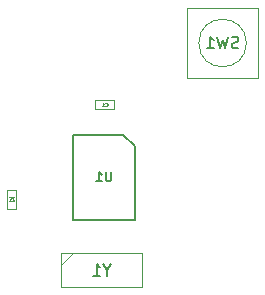
<source format=gbr>
G04 #@! TF.FileFunction,Other,Fab,Bot*
%FSLAX46Y46*%
G04 Gerber Fmt 4.6, Leading zero omitted, Abs format (unit mm)*
G04 Created by KiCad (PCBNEW 4.0.7) date 07/17/18 16:46:28*
%MOMM*%
%LPD*%
G01*
G04 APERTURE LIST*
%ADD10C,0.100000*%
%ADD11C,0.150000*%
%ADD12C,0.075000*%
G04 APERTURE END LIST*
D10*
X152742800Y-100412600D02*
X151142800Y-100412600D01*
X151142800Y-100412600D02*
X151142800Y-101212600D01*
X151142800Y-101212600D02*
X152742800Y-101212600D01*
X152742800Y-101212600D02*
X152742800Y-100412600D01*
X143856100Y-108613600D02*
X144256100Y-108613600D01*
X144056100Y-108663600D02*
X143856100Y-108963600D01*
X144256100Y-108963600D02*
X144056100Y-108663600D01*
X143856100Y-108963600D02*
X144256100Y-108963600D01*
X144456100Y-109613600D02*
X144456100Y-108013600D01*
X143656100Y-109613600D02*
X144456100Y-109613600D01*
X143656100Y-108013600D02*
X143656100Y-109613600D01*
X144456100Y-108013600D02*
X143656100Y-108013600D01*
X161913500Y-92595000D02*
X158913500Y-92595000D01*
X158913500Y-92595000D02*
X158913500Y-98595000D01*
X158913500Y-98595000D02*
X164913500Y-98595000D01*
X164913500Y-98595000D02*
X164913500Y-92595000D01*
X164913500Y-92595000D02*
X161913500Y-92595000D01*
X163929064Y-95595000D02*
G75*
G03X163929064Y-95595000I-2015564J0D01*
G01*
D11*
X153516600Y-103346700D02*
X149216600Y-103346700D01*
X149216600Y-103346700D02*
X149216600Y-110546700D01*
X149216600Y-110546700D02*
X154516600Y-110546700D01*
X154516600Y-110546700D02*
X154516600Y-104346700D01*
X154516600Y-104346700D02*
X153516600Y-103346700D01*
D10*
X148226100Y-116283400D02*
X148226100Y-113383400D01*
X148226100Y-113383400D02*
X155126100Y-113383400D01*
X155126100Y-113383400D02*
X155126100Y-116283400D01*
X155126100Y-116283400D02*
X148226100Y-116283400D01*
X148226100Y-114383400D02*
X149226100Y-113383400D01*
D12*
X151992800Y-100919743D02*
X152007086Y-100934029D01*
X152049943Y-100948314D01*
X152078514Y-100948314D01*
X152121371Y-100934029D01*
X152149943Y-100905457D01*
X152164228Y-100876886D01*
X152178514Y-100819743D01*
X152178514Y-100776886D01*
X152164228Y-100719743D01*
X152149943Y-100691171D01*
X152121371Y-100662600D01*
X152078514Y-100648314D01*
X152049943Y-100648314D01*
X152007086Y-100662600D01*
X151992800Y-100676886D01*
X151707086Y-100948314D02*
X151878514Y-100948314D01*
X151792800Y-100948314D02*
X151792800Y-100648314D01*
X151821371Y-100691171D01*
X151849943Y-100719743D01*
X151878514Y-100734029D01*
D11*
X163246833Y-95999762D02*
X163103976Y-96047381D01*
X162865880Y-96047381D01*
X162770642Y-95999762D01*
X162723023Y-95952143D01*
X162675404Y-95856905D01*
X162675404Y-95761667D01*
X162723023Y-95666429D01*
X162770642Y-95618810D01*
X162865880Y-95571190D01*
X163056357Y-95523571D01*
X163151595Y-95475952D01*
X163199214Y-95428333D01*
X163246833Y-95333095D01*
X163246833Y-95237857D01*
X163199214Y-95142619D01*
X163151595Y-95095000D01*
X163056357Y-95047381D01*
X162818261Y-95047381D01*
X162675404Y-95095000D01*
X162342071Y-95047381D02*
X162103976Y-96047381D01*
X161913499Y-95333095D01*
X161723023Y-96047381D01*
X161484928Y-95047381D01*
X160580166Y-96047381D02*
X161151595Y-96047381D01*
X160865881Y-96047381D02*
X160865881Y-95047381D01*
X160961119Y-95190238D01*
X161056357Y-95285476D01*
X161151595Y-95333095D01*
X152476124Y-106508605D02*
X152476124Y-107156224D01*
X152438029Y-107232414D01*
X152399933Y-107270510D01*
X152323743Y-107308605D01*
X152171362Y-107308605D01*
X152095171Y-107270510D01*
X152057076Y-107232414D01*
X152018981Y-107156224D01*
X152018981Y-106508605D01*
X151218981Y-107308605D02*
X151676124Y-107308605D01*
X151447553Y-107308605D02*
X151447553Y-106508605D01*
X151523743Y-106622890D01*
X151599934Y-106699081D01*
X151676124Y-106737176D01*
X152152291Y-114809590D02*
X152152291Y-115285781D01*
X152485624Y-114285781D02*
X152152291Y-114809590D01*
X151818957Y-114285781D01*
X150961814Y-115285781D02*
X151533243Y-115285781D01*
X151247529Y-115285781D02*
X151247529Y-114285781D01*
X151342767Y-114428638D01*
X151438005Y-114523876D01*
X151533243Y-114571495D01*
M02*

</source>
